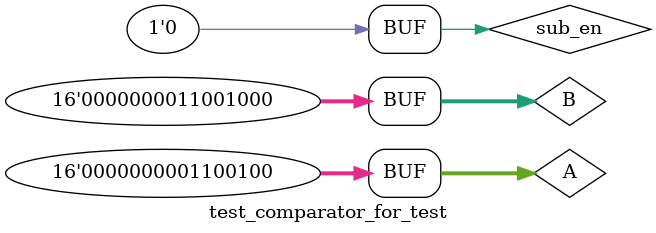
<source format=v>
`timescale 1ns / 1ps

module test_comparator_for_test;

	// Inputs
	reg [15:0] A;
	reg [15:0] B;
	reg sub_en;

	// Outputs
	wire [15:0] OUT;
	wire Cout;
	wire lt;
	wire gt;
	wire eq;

	// Instantiate the Unit Under Test (UUT)
	comparator_for_test uut (
		.OUT(OUT),
		.Cout(Cout),
		.lt(lt), 
		.gt(gt), 
		.eq(eq), 
		.A(A), 
		.B(B),
		.sub_en(sub_en)
	);

	initial begin
		// Initialize Inputs
		A = 0;
		B = 0;
		sub_en = 1;

		// Wait 100 ns for global reset to finish
		#100;
        
		// Add stimulus here
		#1 A = 100;
		#1 B = 200;
		#1 A = 32767;
		#1 B = 1;
		#1 A = -32768;
		#1 B = -32768;
		#1 sub_en = 0;
		#1 B = 200;
		#1 A = 100;
	end
      
endmodule


</source>
